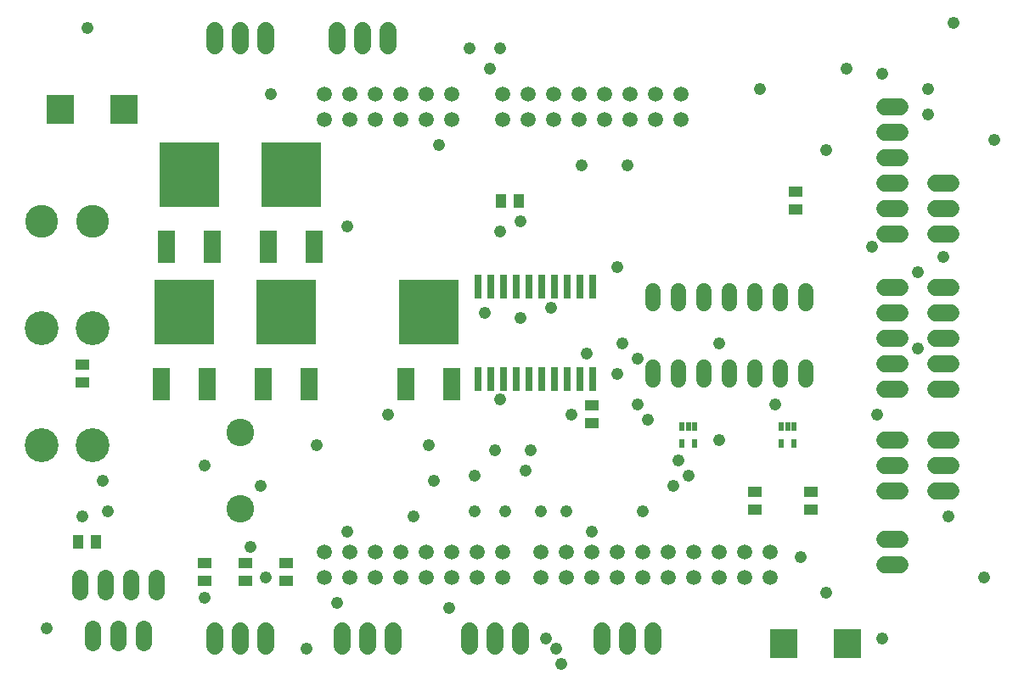
<source format=gts>
G75*
%MOIN*%
%OFA0B0*%
%FSLAX24Y24*%
%IPPOS*%
%LPD*%
%AMOC8*
5,1,8,0,0,1.08239X$1,22.5*
%
%ADD10C,0.1330*%
%ADD11C,0.1288*%
%ADD12C,0.0595*%
%ADD13R,0.0316X0.0946*%
%ADD14R,0.0395X0.0552*%
%ADD15R,0.0552X0.0395*%
%ADD16C,0.0634*%
%ADD17R,0.0710X0.1261*%
%ADD18R,0.2363X0.2521*%
%ADD19C,0.0600*%
%ADD20C,0.1080*%
%ADD21C,0.0680*%
%ADD22R,0.0237X0.0356*%
%ADD23R,0.1084X0.1143*%
%ADD24C,0.0476*%
D10*
X005760Y020360D03*
X007760Y020360D03*
X007760Y024960D03*
X005760Y024960D03*
D11*
X005760Y029160D03*
X007760Y029160D03*
D12*
X016860Y033160D03*
X017860Y033160D03*
X018860Y033160D03*
X019860Y033160D03*
X020860Y033160D03*
X021860Y033160D03*
X021860Y034160D03*
X020860Y034160D03*
X019860Y034160D03*
X018860Y034160D03*
X017860Y034160D03*
X016860Y034160D03*
X023860Y034160D03*
X024860Y034160D03*
X025860Y034160D03*
X026860Y034160D03*
X027860Y034160D03*
X028860Y034160D03*
X029860Y034160D03*
X030860Y034160D03*
X030860Y033160D03*
X029860Y033160D03*
X028860Y033160D03*
X027860Y033160D03*
X026860Y033160D03*
X025860Y033160D03*
X024860Y033160D03*
X023860Y033160D03*
X023860Y016160D03*
X023860Y015160D03*
X022860Y015160D03*
X022860Y016160D03*
X021860Y016160D03*
X021860Y015160D03*
X020860Y015160D03*
X020860Y016160D03*
X019860Y016160D03*
X019860Y015160D03*
X018860Y015160D03*
X017860Y015160D03*
X017860Y016160D03*
X018860Y016160D03*
X016860Y016160D03*
X016860Y015160D03*
X025360Y015160D03*
X025360Y016160D03*
X026360Y016160D03*
X026360Y015160D03*
X027360Y015160D03*
X027360Y016160D03*
X028360Y016160D03*
X028360Y015160D03*
X029360Y015160D03*
X029360Y016160D03*
X030360Y016160D03*
X031360Y016160D03*
X031360Y015160D03*
X030360Y015160D03*
X032360Y015160D03*
X032360Y016160D03*
X033360Y016160D03*
X033360Y015160D03*
X034360Y015160D03*
X034360Y016160D03*
D13*
X027410Y022949D03*
X026910Y022949D03*
X026410Y022949D03*
X025910Y022949D03*
X025410Y022949D03*
X024910Y022949D03*
X024410Y022949D03*
X023910Y022949D03*
X023410Y022949D03*
X022910Y022949D03*
X022910Y026571D03*
X023410Y026571D03*
X023910Y026571D03*
X024410Y026571D03*
X024910Y026571D03*
X025410Y026571D03*
X025910Y026571D03*
X026410Y026571D03*
X026910Y026571D03*
X027410Y026571D03*
D14*
X024514Y029960D03*
X023806Y029960D03*
X007914Y016560D03*
X007206Y016560D03*
D15*
X012160Y015714D03*
X012160Y015006D03*
X013760Y015006D03*
X013760Y015714D03*
X015360Y015714D03*
X015360Y015006D03*
X007360Y022806D03*
X007360Y023514D03*
X027360Y021914D03*
X027360Y021206D03*
X033760Y018514D03*
X033760Y017806D03*
X035960Y017806D03*
X035960Y018514D03*
X035360Y029606D03*
X035360Y030314D03*
D16*
X010260Y015137D02*
X010260Y014583D01*
X009260Y014583D02*
X009260Y015137D01*
X008260Y015137D02*
X008260Y014583D01*
X007260Y014583D02*
X007260Y015137D01*
X007760Y013137D02*
X007760Y012583D01*
X008760Y012583D02*
X008760Y013137D01*
X009760Y013137D02*
X009760Y012583D01*
D17*
X010454Y022760D03*
X012266Y022760D03*
X014454Y022760D03*
X016266Y022760D03*
X020054Y022760D03*
X021866Y022760D03*
X016466Y028160D03*
X014654Y028160D03*
X012466Y028160D03*
X010654Y028160D03*
D18*
X011360Y025595D03*
X015360Y025595D03*
X020960Y025595D03*
X015560Y030995D03*
X011560Y030995D03*
D19*
X029760Y026420D02*
X029760Y025900D01*
X030760Y025900D02*
X030760Y026420D01*
X031760Y026420D02*
X031760Y025900D01*
X032760Y025900D02*
X032760Y026420D01*
X033760Y026420D02*
X033760Y025900D01*
X034760Y025900D02*
X034760Y026420D01*
X035760Y026420D02*
X035760Y025900D01*
X035760Y023420D02*
X035760Y022900D01*
X034760Y022900D02*
X034760Y023420D01*
X033760Y023420D02*
X033760Y022900D01*
X032760Y022900D02*
X032760Y023420D01*
X031760Y023420D02*
X031760Y022900D01*
X030760Y022900D02*
X030760Y023420D01*
X029760Y023420D02*
X029760Y022900D01*
D20*
X013560Y020860D03*
X013560Y017860D03*
D21*
X013560Y013060D02*
X013560Y012460D01*
X014560Y012460D02*
X014560Y013060D01*
X012560Y013060D02*
X012560Y012460D01*
X017560Y012460D02*
X017560Y013060D01*
X018560Y013060D02*
X018560Y012460D01*
X019560Y012460D02*
X019560Y013060D01*
X022560Y013060D02*
X022560Y012460D01*
X023560Y012460D02*
X023560Y013060D01*
X024560Y013060D02*
X024560Y012460D01*
X027760Y012460D02*
X027760Y013060D01*
X028760Y013060D02*
X028760Y012460D01*
X029760Y012460D02*
X029760Y013060D01*
X038860Y015660D02*
X039460Y015660D01*
X039460Y016660D02*
X038860Y016660D01*
X038860Y018560D02*
X039460Y018560D01*
X039460Y019560D02*
X038860Y019560D01*
X038860Y020560D02*
X039460Y020560D01*
X040860Y020560D02*
X041460Y020560D01*
X041460Y019560D02*
X040860Y019560D01*
X040860Y018560D02*
X041460Y018560D01*
X041460Y022560D02*
X040860Y022560D01*
X040860Y023560D02*
X041460Y023560D01*
X041460Y024560D02*
X040860Y024560D01*
X040860Y025560D02*
X041460Y025560D01*
X041460Y026560D02*
X040860Y026560D01*
X039460Y026560D02*
X038860Y026560D01*
X038860Y025560D02*
X039460Y025560D01*
X039460Y024560D02*
X038860Y024560D01*
X038860Y023560D02*
X039460Y023560D01*
X039460Y022560D02*
X038860Y022560D01*
X038860Y028660D02*
X039460Y028660D01*
X039460Y029660D02*
X038860Y029660D01*
X038860Y030660D02*
X039460Y030660D01*
X039460Y031660D02*
X038860Y031660D01*
X038860Y032660D02*
X039460Y032660D01*
X039460Y033660D02*
X038860Y033660D01*
X040860Y030660D02*
X041460Y030660D01*
X041460Y029660D02*
X040860Y029660D01*
X040860Y028660D02*
X041460Y028660D01*
X019360Y036060D02*
X019360Y036660D01*
X018360Y036660D02*
X018360Y036060D01*
X017360Y036060D02*
X017360Y036660D01*
X014560Y036660D02*
X014560Y036060D01*
X013560Y036060D02*
X013560Y036660D01*
X012560Y036660D02*
X012560Y036060D01*
D22*
X030904Y021095D03*
X031160Y021095D03*
X031416Y021095D03*
X031416Y020425D03*
X030904Y020425D03*
X034804Y020425D03*
X035316Y020425D03*
X035316Y021095D03*
X035060Y021095D03*
X034804Y021095D03*
D23*
X034912Y012560D03*
X037408Y012560D03*
X009008Y033560D03*
X006512Y033560D03*
D24*
X016160Y012360D03*
X017360Y014160D03*
X017760Y016960D03*
X020360Y017560D03*
X021160Y018960D03*
X022760Y019160D03*
X023560Y020160D03*
X024760Y019360D03*
X024960Y020160D03*
X026560Y021560D03*
X028360Y023160D03*
X029160Y023760D03*
X028560Y024360D03*
X027160Y023960D03*
X025760Y025760D03*
X024560Y025360D03*
X023160Y025560D03*
X023760Y028760D03*
X024560Y029160D03*
X026960Y031360D03*
X028760Y031360D03*
X033960Y034360D03*
X036560Y031960D03*
X040560Y033360D03*
X040560Y034360D03*
X038760Y034960D03*
X037360Y035160D03*
X041560Y036960D03*
X043160Y032360D03*
X038360Y028160D03*
X040160Y027160D03*
X041160Y027760D03*
X040160Y024160D03*
X038560Y021560D03*
X034560Y021960D03*
X032360Y020560D03*
X030760Y019760D03*
X031160Y019160D03*
X030560Y018760D03*
X029360Y017760D03*
X027360Y016960D03*
X026360Y017760D03*
X025360Y017760D03*
X023960Y017760D03*
X022760Y017760D03*
X020960Y020360D03*
X019360Y021560D03*
X016560Y020360D03*
X014360Y018760D03*
X012160Y019560D03*
X008160Y018960D03*
X008360Y017760D03*
X007360Y017560D03*
X012160Y014360D03*
X014560Y015160D03*
X013960Y016360D03*
X005960Y013160D03*
X021760Y013960D03*
X025560Y012760D03*
X025960Y012360D03*
X026160Y011760D03*
X035560Y015960D03*
X036560Y014560D03*
X038760Y012760D03*
X042760Y015160D03*
X041360Y017560D03*
X032360Y024360D03*
X029160Y021960D03*
X029560Y021360D03*
X023760Y022160D03*
X028360Y027360D03*
X021360Y032160D03*
X023360Y035160D03*
X023760Y035960D03*
X022560Y035960D03*
X014760Y034160D03*
X017760Y028960D03*
X007560Y036760D03*
M02*

</source>
